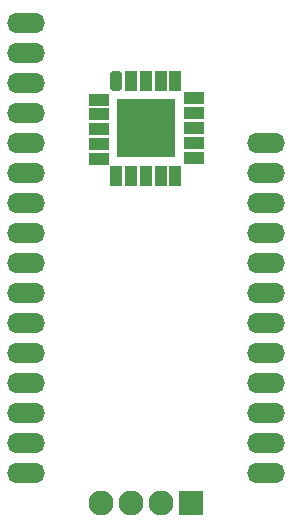
<source format=gts>
G04*
G04 #@! TF.GenerationSoftware,Altium Limited,CircuitMaker,2.2.1 (2.2.1.6)*
G04*
G04 Layer_Color=20142*
%FSLAX25Y25*%
%MOIN*%
G70*
G04*
G04 #@! TF.SameCoordinates,1EE0AFE0-1AE0-4E79-8498-EBF67B735B77*
G04*
G04*
G04 #@! TF.FilePolarity,Negative*
G04*
G01*
G75*
G04:AMPARAMS|DCode=12|XSize=39.53mil|YSize=67.09mil|CornerRadius=11.89mil|HoleSize=0mil|Usage=FLASHONLY|Rotation=180.000|XOffset=0mil|YOffset=0mil|HoleType=Round|Shape=RoundedRectangle|*
%AMROUNDEDRECTD12*
21,1,0.03953,0.04331,0,0,180.0*
21,1,0.01575,0.06709,0,0,180.0*
1,1,0.02378,-0.00787,0.02165*
1,1,0.02378,0.00787,0.02165*
1,1,0.02378,0.00787,-0.02165*
1,1,0.02378,-0.00787,-0.02165*
%
%ADD12ROUNDEDRECTD12*%
%ADD13R,0.03953X0.06709*%
%ADD14R,0.19701X0.19701*%
%ADD15R,0.06709X0.03953*%
%ADD16O,0.12614X0.06803*%
%ADD17C,0.08303*%
%ADD18R,0.08303X0.08303*%
%ADD19C,0.02772*%
D12*
X390158Y350748D02*
D03*
D13*
X395079D02*
D03*
X400000D02*
D03*
X404921D02*
D03*
X409842D02*
D03*
Y318858D02*
D03*
X404921D02*
D03*
X400000D02*
D03*
X395079D02*
D03*
X390158D02*
D03*
D14*
X400000Y335000D02*
D03*
D15*
X416142Y344843D02*
D03*
Y339921D02*
D03*
Y335000D02*
D03*
Y330079D02*
D03*
Y325157D02*
D03*
X384252Y324764D02*
D03*
Y329685D02*
D03*
Y334606D02*
D03*
Y339528D02*
D03*
Y344449D02*
D03*
D16*
X440000Y330000D02*
D03*
Y320000D02*
D03*
Y310000D02*
D03*
Y300000D02*
D03*
Y290000D02*
D03*
Y280000D02*
D03*
Y270000D02*
D03*
Y260000D02*
D03*
Y250000D02*
D03*
Y240000D02*
D03*
Y230000D02*
D03*
Y220000D02*
D03*
X360000D02*
D03*
Y230000D02*
D03*
Y240000D02*
D03*
Y250000D02*
D03*
Y260000D02*
D03*
Y270000D02*
D03*
Y280000D02*
D03*
Y290000D02*
D03*
Y300000D02*
D03*
Y310000D02*
D03*
Y320000D02*
D03*
Y330000D02*
D03*
Y340000D02*
D03*
Y350000D02*
D03*
Y360000D02*
D03*
Y370000D02*
D03*
D17*
X395000Y210000D02*
D03*
X405000D02*
D03*
X385000D02*
D03*
D18*
X415000D02*
D03*
D19*
X394982Y330048D02*
D03*
X405000Y330000D02*
D03*
Y340000D02*
D03*
X395000D02*
D03*
X400000Y335000D02*
D03*
X409842Y318858D02*
D03*
X404921D02*
D03*
X400000D02*
D03*
X395079D02*
D03*
X390158D02*
D03*
X384252Y324764D02*
D03*
Y329685D02*
D03*
Y334606D02*
D03*
Y339528D02*
D03*
Y344449D02*
D03*
X390158Y350748D02*
D03*
X395079D02*
D03*
X400000D02*
D03*
X404921D02*
D03*
X409842D02*
D03*
X416142Y344843D02*
D03*
Y339921D02*
D03*
Y335000D02*
D03*
Y330079D02*
D03*
Y325157D02*
D03*
M02*

</source>
